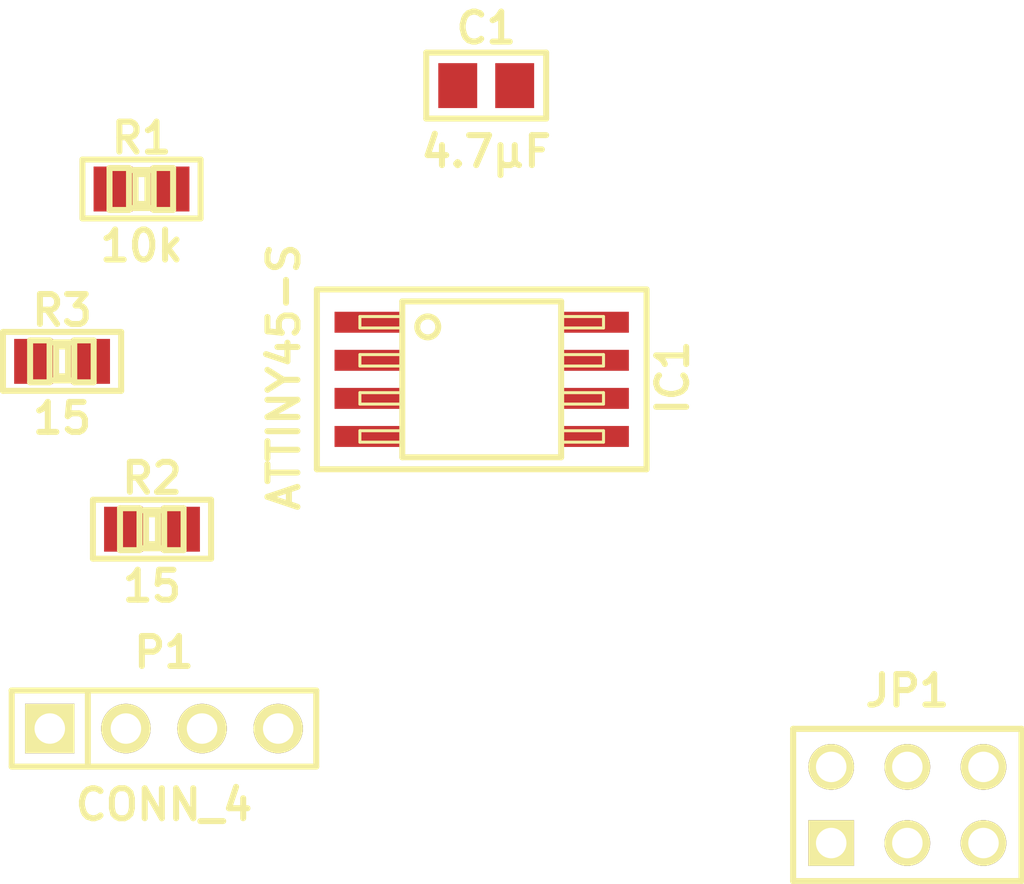
<source format=kicad_pcb>
(kicad_pcb (version 3) (host pcbnew "(2013-09-13 BZR 4316)-product")

  (general
    (links 17)
    (no_connects 16)
    (area 130.574959 85.676 165.406711 117.1236)
    (thickness 1.6)
    (drawings 0)
    (tracks 0)
    (zones 0)
    (modules 7)
    (nets 10)
  )

  (page A4)
  (layers
    (15 F.Cu signal)
    (0 B.Cu signal)
    (16 B.Adhes user)
    (17 F.Adhes user)
    (18 B.Paste user)
    (19 F.Paste user)
    (20 B.SilkS user)
    (21 F.SilkS user)
    (22 B.Mask user)
    (23 F.Mask user)
    (24 Dwgs.User user)
    (25 Cmts.User user)
    (26 Eco1.User user)
    (27 Eco2.User user)
    (28 Edge.Cuts user)
  )

  (setup
    (last_trace_width 0.254)
    (trace_clearance 0.254)
    (zone_clearance 0.508)
    (zone_45_only no)
    (trace_min 0.254)
    (segment_width 0.2)
    (edge_width 0.15)
    (via_size 0.889)
    (via_drill 0.635)
    (via_min_size 0.889)
    (via_min_drill 0.508)
    (uvia_size 0.508)
    (uvia_drill 0.127)
    (uvias_allowed no)
    (uvia_min_size 0.508)
    (uvia_min_drill 0.127)
    (pcb_text_width 0.3)
    (pcb_text_size 1.5 1.5)
    (mod_edge_width 0.15)
    (mod_text_size 1.5 1.5)
    (mod_text_width 0.15)
    (pad_size 1.524 1.524)
    (pad_drill 0.762)
    (pad_to_mask_clearance 0.2)
    (aux_axis_origin 0 0)
    (visible_elements FFFFF77F)
    (pcbplotparams
      (layerselection 3178497)
      (usegerberextensions true)
      (excludeedgelayer true)
      (linewidth 0.381000)
      (plotframeref false)
      (viasonmask false)
      (mode 1)
      (useauxorigin false)
      (hpglpennumber 1)
      (hpglpenspeed 20)
      (hpglpendiameter 15)
      (hpglpenoverlay 2)
      (psnegative false)
      (psa4output false)
      (plotreference true)
      (plotvalue true)
      (plotothertext true)
      (plotinvisibletext false)
      (padsonsilk false)
      (subtractmaskfromsilk false)
      (outputformat 1)
      (mirror false)
      (drillshape 1)
      (scaleselection 1)
      (outputdirectory ""))
  )

  (net 0 "")
  (net 1 /sink)
  (net 2 GND)
  (net 3 MISO)
  (net 4 MOSI)
  (net 5 N-000003)
  (net 6 N-000004)
  (net 7 RST)
  (net 8 SCK)
  (net 9 VCC)

  (net_class Default "This is the default net class."
    (clearance 0.254)
    (trace_width 0.254)
    (via_dia 0.889)
    (via_drill 0.635)
    (uvia_dia 0.508)
    (uvia_drill 0.127)
    (add_net "")
    (add_net /sink)
    (add_net GND)
    (add_net MISO)
    (add_net MOSI)
    (add_net N-000003)
    (add_net N-000004)
    (add_net RST)
    (add_net SCK)
    (add_net VCC)
  )

  (module MADW__C0805 (layer F.Cu) (tedit 5199172C) (tstamp 52348DE8)
    (at 147.05 88.45)
    (descr CAPACITOR)
    (tags CAPACITOR)
    (path /52343B4E)
    (attr smd)
    (fp_text reference C1 (at 0 -1.92) (layer F.SilkS)
      (effects (font (size 1 1) (thickness 0.2)))
    )
    (fp_text value 4.7µF (at 0 2.2) (layer F.SilkS)
      (effects (font (size 1 1) (thickness 0.2)))
    )
    (fp_line (start 2 -1.1) (end -2 -1.1) (layer F.SilkS) (width 0.2))
    (fp_line (start 2 -1.1) (end 2 1.1) (layer F.SilkS) (width 0.2))
    (fp_line (start 2 1.1) (end -2 1.1) (layer F.SilkS) (width 0.2))
    (fp_line (start -2 1.1) (end -2 -1.1) (layer F.SilkS) (width 0.2))
    (fp_line (start 0.2 -0.4) (end 0.2 0.4) (layer Dwgs.User) (width 0.1))
    (fp_line (start -0.2 -0.4) (end -0.2 0.4) (layer Dwgs.User) (width 0.1))
    (fp_line (start -0.2 0) (end -0.6 0) (layer Dwgs.User) (width 0.1))
    (fp_line (start 0.2 0) (end 0.6 0) (layer Dwgs.User) (width 0.1))
    (fp_line (start -1 -0.63) (end 1 -0.63) (layer Dwgs.User) (width 0.2))
    (fp_line (start 1 -0.63) (end 1 0.63) (layer Dwgs.User) (width 0.2))
    (fp_line (start 1 0.63) (end -1 0.63) (layer Dwgs.User) (width 0.2))
    (fp_line (start -1 0.63) (end -1 -0.63) (layer Dwgs.User) (width 0.2))
    (pad 1 smd rect (at -0.94996 0) (size 1.29794 1.4986)
      (layers F.Cu F.Paste F.Mask)
      (net 9 VCC)
    )
    (pad 2 smd rect (at 0.94996 0) (size 1.29794 1.4986)
      (layers F.Cu F.Paste F.Mask)
      (net 2 GND)
    )
  )

  (module pin_array_3x2 (layer F.Cu) (tedit 42931587) (tstamp 52348E0E)
    (at 161.1 112.45)
    (descr "Double rangee de contacts 2 x 4 pins")
    (tags CONN)
    (path /52343C9C)
    (fp_text reference JP1 (at 0 -3.81) (layer F.SilkS)
      (effects (font (size 1.016 1.016) (thickness 0.2032)))
    )
    (fp_text value AVR_ISP (at 0 3.81) (layer F.SilkS) hide
      (effects (font (size 1.016 1.016) (thickness 0.2032)))
    )
    (fp_line (start 3.81 2.54) (end -3.81 2.54) (layer F.SilkS) (width 0.2032))
    (fp_line (start -3.81 -2.54) (end 3.81 -2.54) (layer F.SilkS) (width 0.2032))
    (fp_line (start 3.81 -2.54) (end 3.81 2.54) (layer F.SilkS) (width 0.2032))
    (fp_line (start -3.81 2.54) (end -3.81 -2.54) (layer F.SilkS) (width 0.2032))
    (pad 1 thru_hole rect (at -2.54 1.27) (size 1.524 1.524) (drill 1.016)
      (layers *.Cu *.Mask F.SilkS)
      (net 3 MISO)
    )
    (pad 2 thru_hole circle (at -2.54 -1.27) (size 1.524 1.524) (drill 1.016)
      (layers *.Cu *.Mask F.SilkS)
      (net 9 VCC)
    )
    (pad 3 thru_hole circle (at 0 1.27) (size 1.524 1.524) (drill 1.016)
      (layers *.Cu *.Mask F.SilkS)
      (net 8 SCK)
    )
    (pad 4 thru_hole circle (at 0 -1.27) (size 1.524 1.524) (drill 1.016)
      (layers *.Cu *.Mask F.SilkS)
      (net 4 MOSI)
    )
    (pad 5 thru_hole circle (at 2.54 1.27) (size 1.524 1.524) (drill 1.016)
      (layers *.Cu *.Mask F.SilkS)
      (net 7 RST)
    )
    (pad 6 thru_hole circle (at 2.54 -1.27) (size 1.524 1.524) (drill 1.016)
      (layers *.Cu *.Mask F.SilkS)
      (net 2 GND)
    )
    (model pin_array/pins_array_3x2.wrl
      (at (xyz 0 0 0))
      (scale (xyz 1 1 1))
      (rotate (xyz 0 0 0))
    )
  )

  (module MADW__SIL-4 (layer F.Cu) (tedit 5116AFA6) (tstamp 52348E1D)
    (at 136.3 109.9)
    (descr "Connecteur 4 pibs")
    (tags "CONN DEV")
    (path /52348C84)
    (fp_text reference P1 (at 0 -2.54) (layer F.SilkS)
      (effects (font (size 1 1) (thickness 0.2)))
    )
    (fp_text value CONN_4 (at 0 2.54) (layer F.SilkS)
      (effects (font (size 1 1) (thickness 0.2)))
    )
    (fp_line (start -5.08 -1.27) (end -5.08 -1.27) (layer F.SilkS) (width 0.2))
    (fp_line (start -5.08 1.27) (end -5.08 -1.27) (layer F.SilkS) (width 0.2))
    (fp_line (start -5.08 -1.27) (end -5.08 -1.27) (layer F.SilkS) (width 0.2))
    (fp_line (start -5.08 -1.27) (end 5.08 -1.27) (layer F.SilkS) (width 0.2))
    (fp_line (start 5.08 -1.27) (end 5.08 1.27) (layer F.SilkS) (width 0.2))
    (fp_line (start 5.08 1.27) (end -5.08 1.27) (layer F.SilkS) (width 0.2))
    (fp_line (start -2.54 1.27) (end -2.54 -1.27) (layer F.SilkS) (width 0.2))
    (pad 1 thru_hole rect (at -3.81 0) (size 1.65 1.65) (drill 1.016)
      (layers *.Cu *.Mask F.SilkS)
      (net 2 GND)
    )
    (pad 2 thru_hole circle (at -1.27 0) (size 1.65 1.65) (drill 1.016)
      (layers *.Cu *.Mask F.SilkS)
      (net 1 /sink)
    )
    (pad 3 thru_hole circle (at 1.27 0) (size 1.65 1.65) (drill 1.016)
      (layers *.Cu *.Mask F.SilkS)
      (net 9 VCC)
    )
    (pad 4 thru_hole circle (at 3.81 0) (size 1.65 1.65) (drill 1.016)
      (layers *.Cu *.Mask F.SilkS)
      (net 9 VCC)
    )
  )

  (module MADW__SO8_200mil_wide (layer F.Cu) (tedit 510FBDFB) (tstamp 52348F80)
    (at 146.9 98.25 270)
    (path /52348D75)
    (fp_text reference IC1 (at -0.06 -6.37 270) (layer F.SilkS)
      (effects (font (size 1 1) (thickness 0.2)))
    )
    (fp_text value ATTINY45-S (at -0.08 6.6 270) (layer F.SilkS)
      (effects (font (size 1 1) (thickness 0.2)))
    )
    (fp_circle (center -1.75 1.8) (end -1.4 1.8) (layer F.SilkS) (width 0.2))
    (fp_line (start -3 -5.5) (end 3 -5.5) (layer F.SilkS) (width 0.2))
    (fp_line (start 3 -5.5) (end 3 5.5) (layer F.SilkS) (width 0.2))
    (fp_line (start 3 5.5) (end -3 5.5) (layer F.SilkS) (width 0.2))
    (fp_line (start -3 5.5) (end -3 -5.5) (layer F.SilkS) (width 0.2))
    (fp_line (start -1.7145 2.667) (end -1.7145 4.064) (layer F.SilkS) (width 0.1))
    (fp_line (start -1.7145 4.064) (end -2.0955 4.064) (layer F.SilkS) (width 0.1))
    (fp_line (start -2.0955 4.064) (end -2.0955 2.667) (layer F.SilkS) (width 0.1))
    (fp_line (start -0.4445 2.667) (end -0.4445 4.064) (layer F.SilkS) (width 0.1))
    (fp_line (start -0.4445 4.064) (end -0.8255 4.064) (layer F.SilkS) (width 0.1))
    (fp_line (start -0.8255 4.064) (end -0.8255 2.667) (layer F.SilkS) (width 0.1))
    (fp_line (start 0.8255 2.667) (end 0.8255 4.064) (layer F.SilkS) (width 0.1))
    (fp_line (start 0.8255 4.064) (end 0.4445 4.064) (layer F.SilkS) (width 0.1))
    (fp_line (start 0.4445 4.064) (end 0.4445 2.667) (layer F.SilkS) (width 0.1))
    (fp_line (start 2.0955 2.667) (end 2.0955 4.064) (layer F.SilkS) (width 0.1))
    (fp_line (start 2.0955 4.064) (end 1.7145 4.064) (layer F.SilkS) (width 0.1))
    (fp_line (start 1.7145 4.064) (end 1.7145 2.667) (layer F.SilkS) (width 0.1))
    (fp_line (start -2.0955 -2.667) (end -2.0955 -4.064) (layer F.SilkS) (width 0.1))
    (fp_line (start -2.0955 -4.064) (end -1.7145 -4.064) (layer F.SilkS) (width 0.1))
    (fp_line (start -1.7145 -4.064) (end -1.7145 -2.667) (layer F.SilkS) (width 0.1))
    (fp_line (start -0.8255 -2.667) (end -0.8255 -4.064) (layer F.SilkS) (width 0.1))
    (fp_line (start -0.8255 -4.064) (end -0.4445 -4.064) (layer F.SilkS) (width 0.1))
    (fp_line (start -0.4445 -4.064) (end -0.4445 -2.667) (layer F.SilkS) (width 0.1))
    (fp_line (start 0.4445 -2.667) (end 0.4445 -4.064) (layer F.SilkS) (width 0.1))
    (fp_line (start 0.4445 -4.064) (end 0.8255 -4.064) (layer F.SilkS) (width 0.1))
    (fp_line (start 0.8255 -4.064) (end 0.8255 -2.667) (layer F.SilkS) (width 0.1))
    (fp_line (start 1.7145 -4.064) (end 2.0955 -4.064) (layer F.SilkS) (width 0.1))
    (fp_line (start 1.7145 -2.667) (end 1.7145 -4.064) (layer F.SilkS) (width 0.1))
    (fp_line (start 2.0955 -4.064) (end 2.0955 -2.667) (layer F.SilkS) (width 0.1))
    (fp_line (start 2.6 -2.65) (end 2.6 2.65) (layer F.SilkS) (width 0.2))
    (fp_line (start 2.6 2.65) (end -2.6 2.65) (layer F.SilkS) (width 0.2))
    (fp_line (start -2.6 2.65) (end -2.6 -2.65) (layer F.SilkS) (width 0.2))
    (fp_line (start -2.6 -2.65) (end 2.6 -2.65) (layer F.SilkS) (width 0.2))
    (pad 1 smd rect (at -1.905 3.81 270) (size 0.7 2.2)
      (layers F.Cu F.Paste F.Mask)
      (net 7 RST)
    )
    (pad 2 smd rect (at -0.635 3.81 270) (size 0.7 2.2)
      (layers F.Cu F.Paste F.Mask)
      (net 6 N-000004)
    )
    (pad 3 smd rect (at 0.635 3.81 270) (size 0.7 2.2)
      (layers F.Cu F.Paste F.Mask)
      (net 5 N-000003)
    )
    (pad 4 smd rect (at 1.905 3.81 270) (size 0.7 2.2)
      (layers F.Cu F.Paste F.Mask)
      (net 2 GND)
    )
    (pad 5 smd rect (at 1.905 -3.81 270) (size 0.7 2.2)
      (layers F.Cu F.Paste F.Mask)
      (net 4 MOSI)
    )
    (pad 6 smd rect (at 0.635 -3.81 270) (size 0.7 2.2)
      (layers F.Cu F.Paste F.Mask)
      (net 3 MISO)
    )
    (pad 7 smd rect (at -0.635 -3.81 270) (size 0.7 2.2)
      (layers F.Cu F.Paste F.Mask)
      (net 8 SCK)
    )
    (pad 8 smd rect (at -1.905 -3.81 270) (size 0.7 2.2)
      (layers F.Cu F.Paste F.Mask)
      (net 9 VCC)
    )
  )

  (module MADW__R0805 (layer F.Cu) (tedit 5163209C) (tstamp 5234987B)
    (at 135.55 91.9)
    (descr RESISTOR)
    (tags RESISTOR)
    (path /5234931E)
    (attr smd)
    (fp_text reference R1 (at 0 -1.7) (layer F.SilkS)
      (effects (font (size 1 1) (thickness 0.2)))
    )
    (fp_text value 10k (at 0 1.9) (layer F.SilkS)
      (effects (font (size 1 1) (thickness 0.2)))
    )
    (fp_line (start 0.4064 0.6985) (end 1.0541 0.6985) (layer F.SilkS) (width 0.2))
    (fp_line (start 1.0541 0.6985) (end 1.0541 -0.70104) (layer F.SilkS) (width 0.2))
    (fp_line (start 0.4064 -0.70104) (end 1.0541 -0.70104) (layer F.SilkS) (width 0.2))
    (fp_line (start 0.4064 0.6985) (end 0.4064 -0.70104) (layer F.SilkS) (width 0.2))
    (fp_line (start -1.0668 0.6985) (end -0.41656 0.6985) (layer F.SilkS) (width 0.2))
    (fp_line (start -0.41656 0.6985) (end -0.41656 -0.70104) (layer F.SilkS) (width 0.2))
    (fp_line (start -1.0668 -0.70104) (end -0.41656 -0.70104) (layer F.SilkS) (width 0.2))
    (fp_line (start -1.0668 0.6985) (end -1.0668 -0.70104) (layer F.SilkS) (width 0.2))
    (fp_line (start -0.19812 0.49784) (end 0.19812 0.49784) (layer F.SilkS) (width 0.2))
    (fp_line (start 0.19812 0.49784) (end 0.19812 -0.49784) (layer F.SilkS) (width 0.2))
    (fp_line (start -0.19812 -0.49784) (end 0.19812 -0.49784) (layer F.SilkS) (width 0.2))
    (fp_line (start -0.19812 0.49784) (end -0.19812 -0.49784) (layer F.SilkS) (width 0.2))
    (fp_line (start -0.40894 -0.635) (end 0.40894 -0.635) (layer F.SilkS) (width 0.2))
    (fp_line (start -0.40894 0.635) (end 0.40894 0.635) (layer F.SilkS) (width 0.2))
    (fp_line (start -1.97104 -0.98298) (end 1.97104 -0.98298) (layer F.SilkS) (width 0.2))
    (fp_line (start 1.97104 -0.98298) (end 1.97104 0.98298) (layer F.SilkS) (width 0.2))
    (fp_line (start 1.97104 0.98298) (end -1.97104 0.98298) (layer F.SilkS) (width 0.2))
    (fp_line (start -1.97104 0.98298) (end -1.97104 -0.98298) (layer F.SilkS) (width 0.2))
    (pad 1 smd rect (at -0.94996 0) (size 1.29794 1.4986)
      (layers F.Cu F.Mask)
      (net 7 RST)
    )
    (pad 2 smd rect (at 0.94996 0) (size 1.29794 1.4986)
      (layers F.Cu F.Mask)
      (net 9 VCC)
    )
  )

  (module MADW__R0805 (layer F.Cu) (tedit 5163209C) (tstamp 52349893)
    (at 135.9 103.25)
    (descr RESISTOR)
    (tags RESISTOR)
    (path /5234962E)
    (attr smd)
    (fp_text reference R2 (at 0 -1.7) (layer F.SilkS)
      (effects (font (size 1 1) (thickness 0.2)))
    )
    (fp_text value 15 (at 0 1.9) (layer F.SilkS)
      (effects (font (size 1 1) (thickness 0.2)))
    )
    (fp_line (start 0.4064 0.6985) (end 1.0541 0.6985) (layer F.SilkS) (width 0.2))
    (fp_line (start 1.0541 0.6985) (end 1.0541 -0.70104) (layer F.SilkS) (width 0.2))
    (fp_line (start 0.4064 -0.70104) (end 1.0541 -0.70104) (layer F.SilkS) (width 0.2))
    (fp_line (start 0.4064 0.6985) (end 0.4064 -0.70104) (layer F.SilkS) (width 0.2))
    (fp_line (start -1.0668 0.6985) (end -0.41656 0.6985) (layer F.SilkS) (width 0.2))
    (fp_line (start -0.41656 0.6985) (end -0.41656 -0.70104) (layer F.SilkS) (width 0.2))
    (fp_line (start -1.0668 -0.70104) (end -0.41656 -0.70104) (layer F.SilkS) (width 0.2))
    (fp_line (start -1.0668 0.6985) (end -1.0668 -0.70104) (layer F.SilkS) (width 0.2))
    (fp_line (start -0.19812 0.49784) (end 0.19812 0.49784) (layer F.SilkS) (width 0.2))
    (fp_line (start 0.19812 0.49784) (end 0.19812 -0.49784) (layer F.SilkS) (width 0.2))
    (fp_line (start -0.19812 -0.49784) (end 0.19812 -0.49784) (layer F.SilkS) (width 0.2))
    (fp_line (start -0.19812 0.49784) (end -0.19812 -0.49784) (layer F.SilkS) (width 0.2))
    (fp_line (start -0.40894 -0.635) (end 0.40894 -0.635) (layer F.SilkS) (width 0.2))
    (fp_line (start -0.40894 0.635) (end 0.40894 0.635) (layer F.SilkS) (width 0.2))
    (fp_line (start -1.97104 -0.98298) (end 1.97104 -0.98298) (layer F.SilkS) (width 0.2))
    (fp_line (start 1.97104 -0.98298) (end 1.97104 0.98298) (layer F.SilkS) (width 0.2))
    (fp_line (start 1.97104 0.98298) (end -1.97104 0.98298) (layer F.SilkS) (width 0.2))
    (fp_line (start -1.97104 0.98298) (end -1.97104 -0.98298) (layer F.SilkS) (width 0.2))
    (pad 1 smd rect (at -0.94996 0) (size 1.29794 1.4986)
      (layers F.Cu F.Mask)
      (net 1 /sink)
    )
    (pad 2 smd rect (at 0.94996 0) (size 1.29794 1.4986)
      (layers F.Cu F.Mask)
      (net 6 N-000004)
    )
  )

  (module MADW__R0805 (layer F.Cu) (tedit 5163209C) (tstamp 523498AB)
    (at 132.9 97.65)
    (descr RESISTOR)
    (tags RESISTOR)
    (path /52349642)
    (attr smd)
    (fp_text reference R3 (at 0 -1.7) (layer F.SilkS)
      (effects (font (size 1 1) (thickness 0.2)))
    )
    (fp_text value 15 (at 0 1.9) (layer F.SilkS)
      (effects (font (size 1 1) (thickness 0.2)))
    )
    (fp_line (start 0.4064 0.6985) (end 1.0541 0.6985) (layer F.SilkS) (width 0.2))
    (fp_line (start 1.0541 0.6985) (end 1.0541 -0.70104) (layer F.SilkS) (width 0.2))
    (fp_line (start 0.4064 -0.70104) (end 1.0541 -0.70104) (layer F.SilkS) (width 0.2))
    (fp_line (start 0.4064 0.6985) (end 0.4064 -0.70104) (layer F.SilkS) (width 0.2))
    (fp_line (start -1.0668 0.6985) (end -0.41656 0.6985) (layer F.SilkS) (width 0.2))
    (fp_line (start -0.41656 0.6985) (end -0.41656 -0.70104) (layer F.SilkS) (width 0.2))
    (fp_line (start -1.0668 -0.70104) (end -0.41656 -0.70104) (layer F.SilkS) (width 0.2))
    (fp_line (start -1.0668 0.6985) (end -1.0668 -0.70104) (layer F.SilkS) (width 0.2))
    (fp_line (start -0.19812 0.49784) (end 0.19812 0.49784) (layer F.SilkS) (width 0.2))
    (fp_line (start 0.19812 0.49784) (end 0.19812 -0.49784) (layer F.SilkS) (width 0.2))
    (fp_line (start -0.19812 -0.49784) (end 0.19812 -0.49784) (layer F.SilkS) (width 0.2))
    (fp_line (start -0.19812 0.49784) (end -0.19812 -0.49784) (layer F.SilkS) (width 0.2))
    (fp_line (start -0.40894 -0.635) (end 0.40894 -0.635) (layer F.SilkS) (width 0.2))
    (fp_line (start -0.40894 0.635) (end 0.40894 0.635) (layer F.SilkS) (width 0.2))
    (fp_line (start -1.97104 -0.98298) (end 1.97104 -0.98298) (layer F.SilkS) (width 0.2))
    (fp_line (start 1.97104 -0.98298) (end 1.97104 0.98298) (layer F.SilkS) (width 0.2))
    (fp_line (start 1.97104 0.98298) (end -1.97104 0.98298) (layer F.SilkS) (width 0.2))
    (fp_line (start -1.97104 0.98298) (end -1.97104 -0.98298) (layer F.SilkS) (width 0.2))
    (pad 1 smd rect (at -0.94996 0) (size 1.29794 1.4986)
      (layers F.Cu F.Mask)
      (net 1 /sink)
    )
    (pad 2 smd rect (at 0.94996 0) (size 1.29794 1.4986)
      (layers F.Cu F.Mask)
      (net 5 N-000003)
    )
  )

)

</source>
